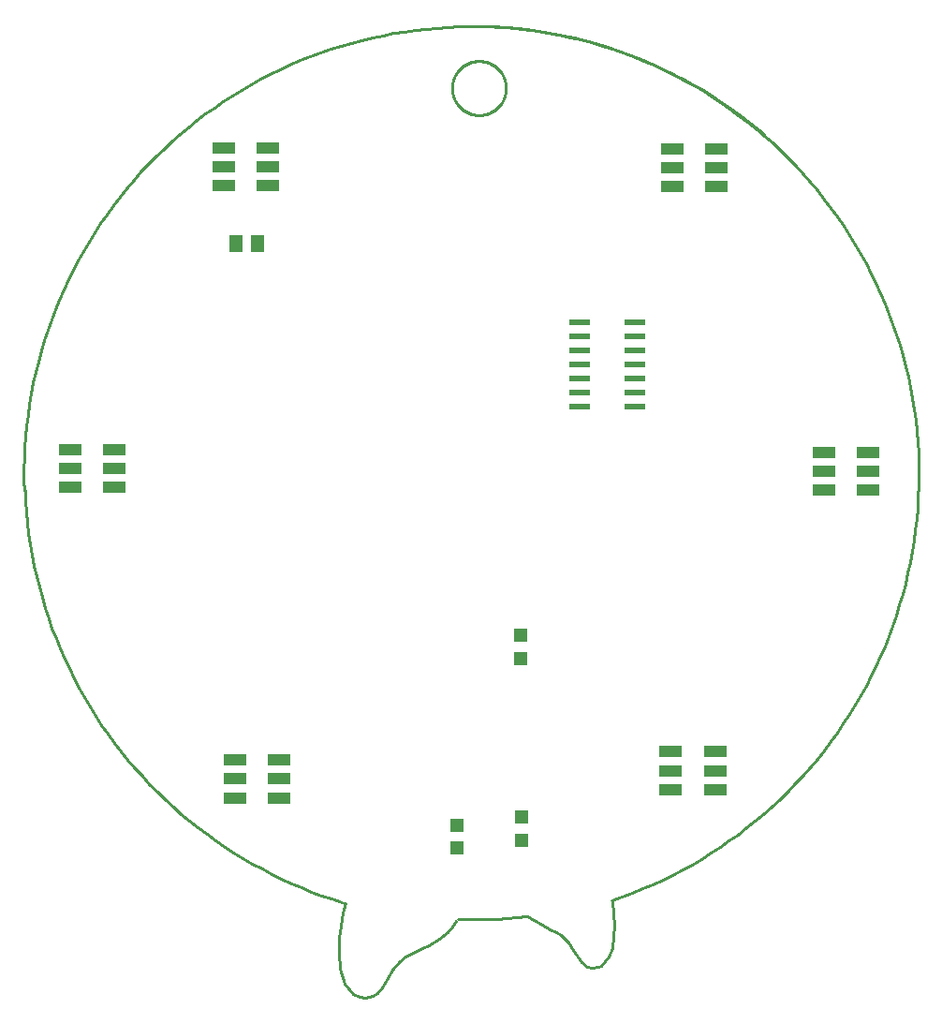
<source format=gtp>
G75*
%MOIN*%
%OFA0B0*%
%FSLAX25Y25*%
%IPPOS*%
%LPD*%
%AMOC8*
5,1,8,0,0,1.08239X$1,22.5*
%
%ADD10C,0.01000*%
%ADD11R,0.07800X0.02200*%
%ADD12R,0.04724X0.04724*%
%ADD13R,0.05118X0.05906*%
%ADD14R,0.07874X0.04331*%
D10*
X0128781Y0013704D02*
X0125829Y0017395D01*
X0124106Y0022562D01*
X0123614Y0028714D01*
X0123860Y0033635D01*
X0124352Y0038064D01*
X0125090Y0042739D01*
X0126075Y0046184D01*
X0125336Y0046184D01*
X0145268Y0025269D02*
X0147482Y0026991D01*
X0149943Y0028468D01*
X0153388Y0030190D01*
X0155848Y0031174D01*
X0159293Y0033389D01*
X0162246Y0035604D01*
X0164214Y0037818D01*
X0165445Y0039787D01*
X0145268Y0025269D02*
X0142807Y0022316D01*
X0141085Y0019363D01*
X0139116Y0015919D01*
X0137394Y0014196D01*
X0135671Y0012966D01*
X0133210Y0012228D01*
X0130996Y0012720D01*
X0128781Y0013704D01*
X0190789Y0041263D02*
X0193004Y0040033D01*
X0195957Y0038310D01*
X0198663Y0036834D01*
X0201124Y0035604D01*
X0202846Y0034619D01*
X0205553Y0031913D01*
X0207029Y0029452D01*
X0209982Y0025023D01*
X0211951Y0023546D01*
X0213673Y0023054D01*
X0216134Y0023546D01*
X0217118Y0023793D01*
X0219579Y0026991D01*
X0221055Y0030190D01*
X0221547Y0034373D01*
X0221793Y0038064D01*
X0221547Y0042247D01*
X0221055Y0047169D01*
X0274943Y0319560D02*
X0272010Y0322021D01*
X0269019Y0324411D01*
X0265972Y0326729D01*
X0262869Y0328973D01*
X0259715Y0331142D01*
X0256509Y0333235D01*
X0253253Y0335251D01*
X0249951Y0337188D01*
X0246603Y0339045D01*
X0243211Y0340822D01*
X0239778Y0342517D01*
X0236306Y0344129D01*
X0232795Y0345657D01*
X0229250Y0347102D01*
X0225670Y0348460D01*
X0222059Y0349733D01*
X0218419Y0350919D01*
X0214751Y0352017D01*
X0211058Y0353027D01*
X0207342Y0353949D01*
X0203605Y0354781D01*
X0199849Y0355523D01*
X0196076Y0356176D01*
X0192289Y0356737D01*
X0188489Y0357208D01*
X0184679Y0357588D01*
X0180862Y0357877D01*
X0177038Y0358073D01*
X0173211Y0358179D01*
X0169382Y0358192D01*
X0163956Y0336046D02*
X0163959Y0336282D01*
X0163968Y0336517D01*
X0163982Y0336753D01*
X0164002Y0336988D01*
X0164028Y0337222D01*
X0164060Y0337456D01*
X0164097Y0337689D01*
X0164141Y0337921D01*
X0164189Y0338151D01*
X0164244Y0338381D01*
X0164304Y0338609D01*
X0164370Y0338835D01*
X0164441Y0339060D01*
X0164518Y0339283D01*
X0164600Y0339504D01*
X0164687Y0339723D01*
X0164780Y0339940D01*
X0164879Y0340154D01*
X0164982Y0340366D01*
X0165091Y0340576D01*
X0165204Y0340782D01*
X0165323Y0340986D01*
X0165447Y0341187D01*
X0165575Y0341384D01*
X0165709Y0341579D01*
X0165847Y0341770D01*
X0165990Y0341958D01*
X0166137Y0342142D01*
X0166289Y0342322D01*
X0166445Y0342499D01*
X0166606Y0342672D01*
X0166770Y0342841D01*
X0166939Y0343005D01*
X0167112Y0343166D01*
X0167289Y0343322D01*
X0167469Y0343474D01*
X0167653Y0343621D01*
X0167841Y0343764D01*
X0168032Y0343902D01*
X0168227Y0344036D01*
X0168424Y0344164D01*
X0168625Y0344288D01*
X0168829Y0344407D01*
X0169035Y0344520D01*
X0169245Y0344629D01*
X0169457Y0344732D01*
X0169671Y0344831D01*
X0169888Y0344924D01*
X0170107Y0345011D01*
X0170328Y0345093D01*
X0170551Y0345170D01*
X0170776Y0345241D01*
X0171002Y0345307D01*
X0171230Y0345367D01*
X0171460Y0345422D01*
X0171690Y0345470D01*
X0171922Y0345514D01*
X0172155Y0345551D01*
X0172389Y0345583D01*
X0172623Y0345609D01*
X0172858Y0345629D01*
X0173094Y0345643D01*
X0173329Y0345652D01*
X0173565Y0345655D01*
X0173801Y0345652D01*
X0174036Y0345643D01*
X0174272Y0345629D01*
X0174507Y0345609D01*
X0174741Y0345583D01*
X0174975Y0345551D01*
X0175208Y0345514D01*
X0175440Y0345470D01*
X0175670Y0345422D01*
X0175900Y0345367D01*
X0176128Y0345307D01*
X0176354Y0345241D01*
X0176579Y0345170D01*
X0176802Y0345093D01*
X0177023Y0345011D01*
X0177242Y0344924D01*
X0177459Y0344831D01*
X0177673Y0344732D01*
X0177885Y0344629D01*
X0178095Y0344520D01*
X0178301Y0344407D01*
X0178505Y0344288D01*
X0178706Y0344164D01*
X0178903Y0344036D01*
X0179098Y0343902D01*
X0179289Y0343764D01*
X0179477Y0343621D01*
X0179661Y0343474D01*
X0179841Y0343322D01*
X0180018Y0343166D01*
X0180191Y0343005D01*
X0180360Y0342841D01*
X0180524Y0342672D01*
X0180685Y0342499D01*
X0180841Y0342322D01*
X0180993Y0342142D01*
X0181140Y0341958D01*
X0181283Y0341770D01*
X0181421Y0341579D01*
X0181555Y0341384D01*
X0181683Y0341187D01*
X0181807Y0340986D01*
X0181926Y0340782D01*
X0182039Y0340576D01*
X0182148Y0340366D01*
X0182251Y0340154D01*
X0182350Y0339940D01*
X0182443Y0339723D01*
X0182530Y0339504D01*
X0182612Y0339283D01*
X0182689Y0339060D01*
X0182760Y0338835D01*
X0182826Y0338609D01*
X0182886Y0338381D01*
X0182941Y0338151D01*
X0182989Y0337921D01*
X0183033Y0337689D01*
X0183070Y0337456D01*
X0183102Y0337222D01*
X0183128Y0336988D01*
X0183148Y0336753D01*
X0183162Y0336517D01*
X0183171Y0336282D01*
X0183174Y0336046D01*
X0183171Y0335810D01*
X0183162Y0335575D01*
X0183148Y0335339D01*
X0183128Y0335104D01*
X0183102Y0334870D01*
X0183070Y0334636D01*
X0183033Y0334403D01*
X0182989Y0334171D01*
X0182941Y0333941D01*
X0182886Y0333711D01*
X0182826Y0333483D01*
X0182760Y0333257D01*
X0182689Y0333032D01*
X0182612Y0332809D01*
X0182530Y0332588D01*
X0182443Y0332369D01*
X0182350Y0332152D01*
X0182251Y0331938D01*
X0182148Y0331726D01*
X0182039Y0331516D01*
X0181926Y0331310D01*
X0181807Y0331106D01*
X0181683Y0330905D01*
X0181555Y0330708D01*
X0181421Y0330513D01*
X0181283Y0330322D01*
X0181140Y0330134D01*
X0180993Y0329950D01*
X0180841Y0329770D01*
X0180685Y0329593D01*
X0180524Y0329420D01*
X0180360Y0329251D01*
X0180191Y0329087D01*
X0180018Y0328926D01*
X0179841Y0328770D01*
X0179661Y0328618D01*
X0179477Y0328471D01*
X0179289Y0328328D01*
X0179098Y0328190D01*
X0178903Y0328056D01*
X0178706Y0327928D01*
X0178505Y0327804D01*
X0178301Y0327685D01*
X0178095Y0327572D01*
X0177885Y0327463D01*
X0177673Y0327360D01*
X0177459Y0327261D01*
X0177242Y0327168D01*
X0177023Y0327081D01*
X0176802Y0326999D01*
X0176579Y0326922D01*
X0176354Y0326851D01*
X0176128Y0326785D01*
X0175900Y0326725D01*
X0175670Y0326670D01*
X0175440Y0326622D01*
X0175208Y0326578D01*
X0174975Y0326541D01*
X0174741Y0326509D01*
X0174507Y0326483D01*
X0174272Y0326463D01*
X0174036Y0326449D01*
X0173801Y0326440D01*
X0173565Y0326437D01*
X0173329Y0326440D01*
X0173094Y0326449D01*
X0172858Y0326463D01*
X0172623Y0326483D01*
X0172389Y0326509D01*
X0172155Y0326541D01*
X0171922Y0326578D01*
X0171690Y0326622D01*
X0171460Y0326670D01*
X0171230Y0326725D01*
X0171002Y0326785D01*
X0170776Y0326851D01*
X0170551Y0326922D01*
X0170328Y0326999D01*
X0170107Y0327081D01*
X0169888Y0327168D01*
X0169671Y0327261D01*
X0169457Y0327360D01*
X0169245Y0327463D01*
X0169035Y0327572D01*
X0168829Y0327685D01*
X0168625Y0327804D01*
X0168424Y0327928D01*
X0168227Y0328056D01*
X0168032Y0328190D01*
X0167841Y0328328D01*
X0167653Y0328471D01*
X0167469Y0328618D01*
X0167289Y0328770D01*
X0167112Y0328926D01*
X0166939Y0329087D01*
X0166770Y0329251D01*
X0166606Y0329420D01*
X0166445Y0329593D01*
X0166289Y0329770D01*
X0166137Y0329950D01*
X0165990Y0330134D01*
X0165847Y0330322D01*
X0165709Y0330513D01*
X0165575Y0330708D01*
X0165447Y0330905D01*
X0165323Y0331106D01*
X0165204Y0331310D01*
X0165091Y0331516D01*
X0164982Y0331726D01*
X0164879Y0331938D01*
X0164780Y0332152D01*
X0164687Y0332369D01*
X0164600Y0332588D01*
X0164518Y0332809D01*
X0164441Y0333032D01*
X0164370Y0333257D01*
X0164304Y0333483D01*
X0164244Y0333711D01*
X0164189Y0333941D01*
X0164141Y0334171D01*
X0164097Y0334403D01*
X0164060Y0334636D01*
X0164028Y0334870D01*
X0164002Y0335104D01*
X0163982Y0335339D01*
X0163968Y0335575D01*
X0163959Y0335810D01*
X0163956Y0336046D01*
X0190543Y0041510D02*
X0187044Y0041101D01*
X0183537Y0040769D01*
X0180023Y0040515D01*
X0176504Y0040339D01*
X0172983Y0040241D01*
X0169460Y0040221D01*
X0165937Y0040280D01*
X0220809Y0047169D02*
X0224504Y0048447D01*
X0228165Y0049814D01*
X0231792Y0051272D01*
X0235383Y0052817D01*
X0238934Y0054451D01*
X0242445Y0056170D01*
X0245912Y0057975D01*
X0249334Y0059865D01*
X0252708Y0061837D01*
X0256034Y0063892D01*
X0259308Y0066028D01*
X0262528Y0068243D01*
X0265694Y0070536D01*
X0268802Y0072907D01*
X0271852Y0075352D01*
X0274840Y0077872D01*
X0277766Y0080464D01*
X0280628Y0083127D01*
X0283423Y0085859D01*
X0286151Y0088659D01*
X0288809Y0091525D01*
X0291397Y0094455D01*
X0293912Y0097447D01*
X0296352Y0100501D01*
X0298718Y0103613D01*
X0301006Y0106782D01*
X0303216Y0110006D01*
X0305346Y0113283D01*
X0307396Y0116612D01*
X0309363Y0119990D01*
X0311247Y0123415D01*
X0313047Y0126885D01*
X0314761Y0130398D01*
X0316388Y0133952D01*
X0317928Y0137545D01*
X0319379Y0141174D01*
X0320742Y0144838D01*
X0322014Y0148534D01*
X0323195Y0152261D01*
X0324284Y0156015D01*
X0325281Y0159794D01*
X0326185Y0163597D01*
X0326996Y0167421D01*
X0327713Y0171264D01*
X0328336Y0175123D01*
X0328864Y0178996D01*
X0329297Y0182881D01*
X0329634Y0186775D01*
X0329877Y0190677D01*
X0330023Y0194583D01*
X0330074Y0198491D01*
X0330029Y0202400D01*
X0329888Y0206306D01*
X0329652Y0210208D01*
X0329320Y0214103D01*
X0328893Y0217989D01*
X0328371Y0221863D01*
X0327754Y0225723D01*
X0327043Y0229566D01*
X0326238Y0233391D01*
X0325339Y0237196D01*
X0324348Y0240977D01*
X0323264Y0244732D01*
X0322088Y0248460D01*
X0320822Y0252158D01*
X0319465Y0255824D01*
X0318019Y0259456D01*
X0316485Y0263051D01*
X0314863Y0266608D01*
X0313154Y0270123D01*
X0311360Y0273596D01*
X0309481Y0277024D01*
X0307518Y0280405D01*
X0305474Y0283736D01*
X0303349Y0287017D01*
X0301143Y0290244D01*
X0298860Y0293417D01*
X0296499Y0296533D01*
X0294063Y0299590D01*
X0291553Y0302586D01*
X0288970Y0305520D01*
X0286316Y0308390D01*
X0283592Y0311194D01*
X0280801Y0313930D01*
X0277943Y0316597D01*
X0275021Y0319194D01*
X0272036Y0321718D01*
X0268991Y0324168D01*
X0265886Y0326543D01*
X0262724Y0328841D01*
X0259506Y0331061D01*
X0256236Y0333201D01*
X0252913Y0335261D01*
X0249542Y0337239D01*
X0246123Y0339134D01*
X0242658Y0340944D01*
X0239150Y0342669D01*
X0235601Y0344307D01*
X0232013Y0345858D01*
X0228388Y0347321D01*
X0224729Y0348694D01*
X0221036Y0349978D01*
X0217314Y0351170D01*
X0213563Y0352271D01*
X0209787Y0353280D01*
X0205987Y0354196D01*
X0202165Y0355019D01*
X0198325Y0355748D01*
X0194468Y0356383D01*
X0190596Y0356922D01*
X0186713Y0357367D01*
X0182819Y0357717D01*
X0178919Y0357971D01*
X0175013Y0358130D01*
X0171105Y0358193D01*
X0170120Y0357947D02*
X0166250Y0357890D01*
X0162382Y0357740D01*
X0158519Y0357496D01*
X0154663Y0357157D01*
X0150817Y0356725D01*
X0146982Y0356199D01*
X0143161Y0355580D01*
X0139356Y0354868D01*
X0135570Y0354064D01*
X0131805Y0353167D01*
X0128062Y0352180D01*
X0124345Y0351101D01*
X0120655Y0349933D01*
X0116994Y0348674D01*
X0113366Y0347327D01*
X0109771Y0345892D01*
X0106212Y0344370D01*
X0102691Y0342762D01*
X0099211Y0341069D01*
X0095772Y0339291D01*
X0092378Y0337430D01*
X0089031Y0335487D01*
X0085731Y0333463D01*
X0082482Y0331359D01*
X0079285Y0329177D01*
X0076143Y0326918D01*
X0073056Y0324583D01*
X0070027Y0322173D01*
X0067057Y0319690D01*
X0064149Y0317136D01*
X0061304Y0314512D01*
X0058523Y0311819D01*
X0055809Y0309059D01*
X0053163Y0306234D01*
X0050587Y0303346D01*
X0048081Y0300395D01*
X0045649Y0297384D01*
X0043290Y0294316D01*
X0041007Y0291190D01*
X0038800Y0288010D01*
X0036672Y0284777D01*
X0034623Y0281493D01*
X0032654Y0278161D01*
X0030767Y0274781D01*
X0028963Y0271356D01*
X0027243Y0267889D01*
X0025608Y0264380D01*
X0024059Y0260833D01*
X0022597Y0257250D01*
X0021222Y0253631D01*
X0019936Y0249980D01*
X0018739Y0246300D01*
X0017632Y0242591D01*
X0016616Y0238856D01*
X0015691Y0235097D01*
X0014858Y0231317D01*
X0014117Y0227518D01*
X0013468Y0223702D01*
X0012913Y0219871D01*
X0012452Y0216028D01*
X0012084Y0212175D01*
X0011810Y0208314D01*
X0011630Y0204448D01*
X0011544Y0200578D01*
X0011552Y0196708D01*
X0011655Y0192838D01*
X0011901Y0193083D02*
X0012085Y0189214D01*
X0012364Y0185351D01*
X0012736Y0181495D01*
X0013202Y0177650D01*
X0013761Y0173817D01*
X0014414Y0169999D01*
X0015159Y0166197D01*
X0015997Y0162416D01*
X0016926Y0158655D01*
X0017947Y0154919D01*
X0019058Y0151208D01*
X0020260Y0147525D01*
X0021550Y0143873D01*
X0022930Y0140253D01*
X0024397Y0136668D01*
X0025951Y0133120D01*
X0027590Y0129611D01*
X0029315Y0126143D01*
X0031124Y0122717D01*
X0033015Y0119337D01*
X0034989Y0116004D01*
X0037043Y0112719D01*
X0039176Y0109486D01*
X0041387Y0106306D01*
X0043675Y0103180D01*
X0046039Y0100111D01*
X0048476Y0097101D01*
X0050986Y0094151D01*
X0053567Y0091262D01*
X0056218Y0088438D01*
X0058937Y0085679D01*
X0061722Y0082987D01*
X0064572Y0080363D01*
X0067484Y0077810D01*
X0070459Y0075328D01*
X0073492Y0072919D01*
X0076584Y0070585D01*
X0079731Y0068327D01*
X0082932Y0066147D01*
X0086186Y0064044D01*
X0089490Y0062022D01*
X0092842Y0060081D01*
X0096240Y0058222D01*
X0099682Y0056446D01*
X0103167Y0054754D01*
X0106692Y0053148D01*
X0110255Y0051629D01*
X0113854Y0050196D01*
X0117486Y0048851D01*
X0121151Y0047596D01*
X0124845Y0046429D01*
D11*
X0209514Y0222867D03*
X0209514Y0227867D03*
X0209514Y0232867D03*
X0209514Y0237867D03*
X0209514Y0242867D03*
X0209514Y0247867D03*
X0209514Y0252867D03*
X0228914Y0252867D03*
X0228914Y0247867D03*
X0228914Y0242867D03*
X0228914Y0237867D03*
X0228914Y0232867D03*
X0228914Y0227867D03*
X0228914Y0222867D03*
D12*
X0188220Y0141376D03*
X0188220Y0133108D03*
X0188870Y0076770D03*
X0188870Y0068502D03*
X0165730Y0065613D03*
X0165730Y0073881D03*
D13*
X0094554Y0280682D03*
X0087074Y0280682D03*
D14*
X0086655Y0083537D03*
X0086655Y0090230D03*
X0086655Y0096922D03*
X0102403Y0096922D03*
X0102403Y0090230D03*
X0102403Y0083537D03*
X0043791Y0194068D03*
X0043791Y0200761D03*
X0043791Y0207454D03*
X0028043Y0207454D03*
X0028043Y0200761D03*
X0028043Y0194068D03*
X0082718Y0301352D03*
X0082718Y0308044D03*
X0082718Y0314737D03*
X0098466Y0314737D03*
X0098466Y0308044D03*
X0098466Y0301352D03*
X0242339Y0301106D03*
X0242339Y0307798D03*
X0242339Y0314491D03*
X0258087Y0314491D03*
X0258087Y0307798D03*
X0258087Y0301106D03*
X0296375Y0206494D03*
X0296375Y0199801D03*
X0296375Y0193108D03*
X0312123Y0193108D03*
X0312123Y0199801D03*
X0312123Y0206494D03*
X0257571Y0099900D03*
X0257571Y0093207D03*
X0257571Y0086514D03*
X0241823Y0086514D03*
X0241823Y0093207D03*
X0241823Y0099900D03*
M02*

</source>
